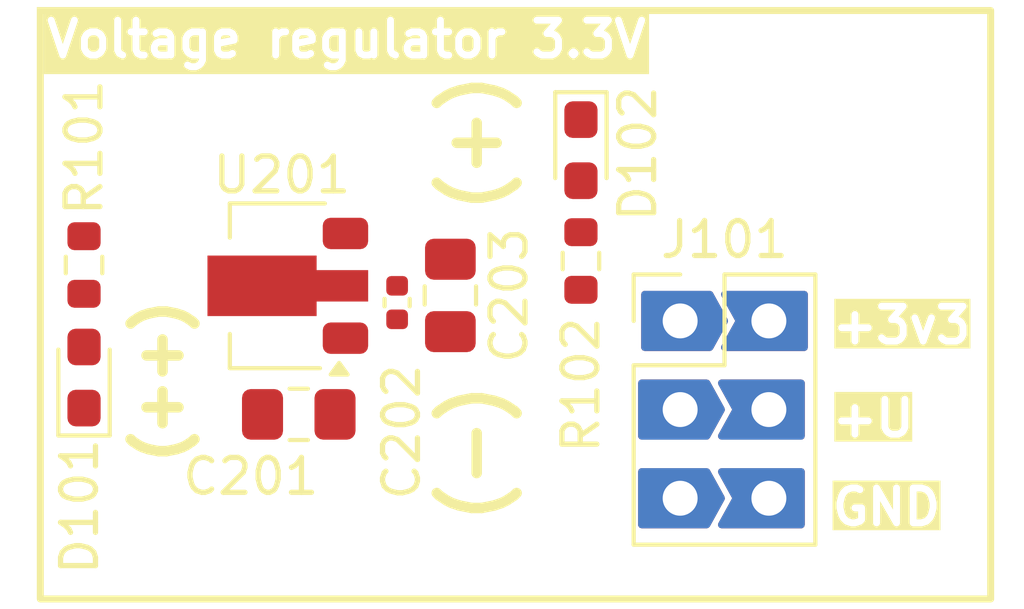
<source format=kicad_pcb>
(kicad_pcb (version 20240108) (generator "pcbnew") (generator_version "8.0")
  (layers (0 "F.Cu" signal) (31 "B.Cu" signal) (34 "B.Paste" user) (35 "F.Paste" user) (36 "B.SilkS" user "B.Silkscreen") (37 "F.SilkS" user "F.Silkscreen") (38 "B.Mask" user) (39 "F.Mask" user) (44 "Edge.Cuts" user))
  (net 0 "")
  (net 1 "/J_U+")
  (net 2 "/J_3v3")
  (net 3 "/J_GND")
  (net 4 "/+3v3")
  (net 5 "Net-(D101-A)")
  (net 6 "Net-(D102-A)")
  (net 7 "/GND")
  (net 8 "/U+")
  (footprint "LED_SMD:LED_0603_1608Metric_Pad1.05x0.95mm_HandSolder" (layer "F.Cu") (at 110.185202 82.764501 90)
    (property "Reference" "D101" (at -3.697001 -0.127 90) (layer "F.SilkS"))
    (property "Value" "LED_RED")
    (fp_line (start 0.8 -0.735) (end -1.66 -0.735) (stroke (width 0.12)) (layer "F.SilkS"))
    (fp_line (start -1.66 -0.735) (end -1.66 0.735) (stroke (width 0.12)) (layer "F.SilkS"))
    (fp_line (start -1.66 0.735) (end 0.8 0.735) (stroke (width 0.12)) (layer "F.SilkS"))
    (pad "1" smd roundrect (at -0.874999 0 90) (size 1.05 0.95) (layers "F.Cu" "F.Paste" "F.Mask") (net 3 "/J_GND"))
    (pad "2" smd roundrect (at 0.874999 0 90) (size 1.05 0.95) (layers "F.Cu" "F.Paste" "F.Mask") (net 5 "Net-(D101-A)"))
  )
  (footprint "Package_TO_SOT_SMD:SOT-89-3" (layer "F.Cu") (at 115.7185 80.137 180)
    (property "Reference" "U201" (at -0.127 3.175 180) (layer "F.SilkS"))
    (property "Value" "HT75xx-1-SOT89" (hide yes))
    (fp_line (start 1.36 2.36) (end -1.36 2.36) (stroke (width 0.12)) (layer "F.SilkS"))
    (fp_line (start 1.36 1.38) (end 1.36 2.36) (stroke (width 0.12)) (layer "F.SilkS"))
    (fp_line (start 1.36 -1.38) (end 1.36 -2.36) (stroke (width 0.12)) (layer "F.SilkS"))
    (fp_line (start -1.22 -2.36) (end 1.36 -2.36) (stroke (width 0.12)) (layer "F.SilkS"))
    (fp_poly (pts (xy -1.77 -2.21) (xy -2.01 -2.54) (xy -1.53 -2.54) (xy -1.77 -2.21)) (stroke (width 0.12)) (fill solid) (layer "F.SilkS"))
    (pad "1" smd roundrect (at -1.95 -1.5 180) (size 1.3 0.9) (layers "F.Cu" "F.Paste" "F.Mask") (net 3 "/J_GND"))
    (pad "2" smd custom (at -1.862499 0 180) (size 1.475 0.9) (layers "F.Cu" "F.Paste" "F.Mask") (net 1 "/J_U+") (options (clearance outline) (anchor rect)) (primitives (gr_poly (pts (xy 3.8625 0.8665) (xy 0.7375 0.8665) (xy 0.7375 -0.8665) (xy 3.8625 -0.8665)) (width 0) (fill yes))))
    (pad "3" smd roundrect (at -1.95 1.5 180) (size 1.3 0.9) (layers "F.Cu" "F.Paste" "F.Mask") (net 2 "/J_3v3"))
  )
  (footprint "Capacitor_SMD:C_0805_2012Metric_Pad1.18x1.45mm_HandSolder" (layer "F.Cu") (at 120.6715 80.4125 -90)
    (property "Reference" "C203" (at 0 -1.679999 90) (layer "F.SilkS"))
    (property "Value" "47uF")
    (fp_line (start -0.261252 0.735) (end 0.261252 0.735) (stroke (width 0.12)) (layer "F.SilkS"))
    (fp_line (start -0.261252 -0.735) (end 0.261252 -0.735) (stroke (width 0.12)) (layer "F.SilkS"))
    (pad "1" smd roundrect (at -1.0375 0 270) (size 1.175 1.45) (layers "F.Cu" "F.Paste" "F.Mask") (roundrect_rratio 0.212766) (net 2 "/J_3v3"))
    (pad "2" smd roundrect (at 1.0375 0 270) (size 1.175 1.45) (layers "F.Cu" "F.Paste" "F.Mask") (roundrect_rratio 0.212766) (net 3 "/J_GND"))
  )
  (footprint "xDuinoRail:PinHeaderJP_2x03_P2.54mm_Vertical" (layer "F.Cu") (at 127.249 81.1426)
    (property "Reference" "J101" (at 1.27 -2.33 0) (layer "F.SilkS"))
    (property "Value" "Conn_02x03_Odd_Even")
    (fp_line (start -1.33 -1.33) (end 0 -1.33) (stroke (width 0.12)) (layer "F.SilkS"))
    (fp_line (start -1.33 0) (end -1.33 -1.33) (stroke (width 0.12)) (layer "F.SilkS"))
    (fp_line (start -1.33 1.27) (end -1.33 6.41) (stroke (width 0.12)) (layer "F.SilkS"))
    (fp_line (start -1.33 1.27) (end 1.27 1.27) (stroke (width 0.12)) (layer "F.SilkS"))
    (fp_line (start -1.33 6.41) (end 3.87 6.41) (stroke (width 0.12)) (layer "F.SilkS"))
    (fp_line (start 1.27 -1.33) (end 3.87 -1.33) (stroke (width 0.12)) (layer "F.SilkS"))
    (fp_line (start 1.27 1.27) (end 1.27 -1.33) (stroke (width 0.12)) (layer "F.SilkS"))
    (fp_line (start 3.87 -1.33) (end 3.87 6.41) (stroke (width 0.12)) (layer "F.SilkS"))
    (pad "1" thru_hole custom (at 0 0) (size 1.7 1.7) (drill 1) (layers "*.Cu" "*.Mask") (net 2 "/J_3v3") (options (clearance outline) (anchor rect)) (primitives (gr_poly (pts (xy -1.016 -0.762) (xy -1.016 0.762) (xy 0.85 0.762) (xy 1.27 0) (xy 0.85 -0.762)) (width 0.2) (fill yes))))
    (pad "2" thru_hole custom (at 2.54 0) (size 1.7 1.7) (drill 1) (layers "*.Cu" "*.Mask") (net 4 "/+3v3") (options (clearance outline) (anchor circle)) (primitives (gr_poly (pts (xy 0.85 0) (xy 0.831425 -0.176725) (xy 0.776514 -0.345726) (xy 0.687664 -0.499617) (xy 0.568761 -0.631673) (xy 0.425 -0.736122) (xy 0.262664 -0.808398) (xy 0.088849 -0.845344) (xy -0.088849 -0.845344) (xy -0.262664 -0.808398) (xy -0.425 -0.736122) (xy -0.568761 -0.631673) (xy -0.687664 -0.499617) (xy -0.776514 -0.345726) (xy -0.831425 -0.176725) (xy -0.85 0) (xy -0.831425 0.176725) (xy -0.776514 0.345726) (xy -0.687664 0.499617) (xy -0.568761 0.631673) (xy -0.425 0.736122) (xy -0.262664 0.808398) (xy -0.088849 0.845344) (xy 0.088849 0.845344) (xy 0.262664 0.808398) (xy 0.425 0.736122) (xy 0.568761 0.631673) (xy 0.687664 0.499617) (xy 0.776514 0.345726) (xy 0.831425 0.176725) (xy 0.85 0)) (width 0) (fill yes)) (gr_poly (pts (xy -1.27 -0.762) (xy -0.85 0) (xy -1.27 0.762) (xy 1.016 0.762) (xy 1.016 -0.762)) (width 0.2) (fill yes))))
    (pad "3" thru_hole custom (at 0 2.54) (size 1.7 1.7) (drill 1) (layers "*.Cu" "*.Mask") (net 1 "/J_U+") (options (clearance outline) (anchor circle)) (primitives (gr_poly (pts (xy 0.85 0) (xy 0.831425 -0.176725) (xy 0.776514 -0.345726) (xy 0.687664 -0.499617) (xy 0.568761 -0.631673) (xy 0.425 -0.736122) (xy 0.262664 -0.808398) (xy 0.088849 -0.845344) (xy -0.088849 -0.845344) (xy -0.262664 -0.808398) (xy -0.425 -0.736122) (xy -0.568761 -0.631673) (xy -0.687664 -0.499617) (xy -0.776514 -0.345726) (xy -0.831425 -0.176725) (xy -0.85 0) (xy -0.831425 0.176725) (xy -0.776514 0.345726) (xy -0.687664 0.499617) (xy -0.568761 0.631673) (xy -0.425 0.736122) (xy -0.262664 0.808398) (xy -0.088849 0.845344) (xy 0.088849 0.845344) (xy 0.262664 0.808398) (xy 0.425 0.736122) (xy 0.568761 0.631673) (xy 0.687664 0.499617) (xy 0.776514 0.345726) (xy 0.831425 0.176725) (xy 0.85 0)) (width 0) (fill yes)) (gr_poly (pts (xy -1.104 -0.762) (xy -1.104 0.762) (xy 0.762 0.762) (xy 1.182 0) (xy 0.762 -0.762)) (width 0.2) (fill yes))))
    (pad "4" thru_hole custom (at 2.54 2.54) (size 1.7 1.7) (drill 1) (layers "*.Cu" "*.Mask") (net 8 "/U+") (options (clearance outline) (anchor circle)) (primitives (gr_poly (pts (xy 0.85 0) (xy 0.831425 -0.176725) (xy 0.776514 -0.345726) (xy 0.687664 -0.499617) (xy 0.568761 -0.631673) (xy 0.425 -0.736122) (xy 0.262664 -0.808398) (xy 0.088849 -0.845344) (xy -0.088849 -0.845344) (xy -0.262664 -0.808398) (xy -0.425 -0.736122) (xy -0.568761 -0.631673) (xy -0.687664 -0.499617) (xy -0.776514 -0.345726) (xy -0.831425 -0.176725) (xy -0.85 0) (xy -0.831425 0.176725) (xy -0.776514 0.345726) (xy -0.687664 0.499617) (xy -0.568761 0.631673) (xy -0.425 0.736122) (xy -0.262664 0.808398) (xy -0.088849 0.845344) (xy 0.088849 0.845344) (xy 0.262664 0.808398) (xy 0.425 0.736122) (xy 0.568761 0.631673) (xy 0.687664 0.499617) (xy 0.776514 0.345726) (xy 0.831425 0.176725) (xy 0.85 0)) (width 0) (fill yes)) (gr_poly (pts (xy -1.358 -0.762) (xy -0.938 0) (xy -1.358 0.762) (xy 0.928 0.762) (xy 0.928 -0.762)) (width 0.2) (fill yes))))
    (pad "5" thru_hole custom (at 0 5.08) (size 1.7 1.7) (drill 1) (layers "*.Cu" "*.Mask") (net 3 "/J_GND") (options (clearance outline) (anchor circle)) (primitives (gr_poly (pts (xy 0.85 0) (xy 0.831425 -0.176725) (xy 0.776514 -0.345726) (xy 0.687664 -0.499617) (xy 0.568761 -0.631673) (xy 0.425 -0.736122) (xy 0.262664 -0.808398) (xy 0.088849 -0.845344) (xy -0.088849 -0.845344) (xy -0.262664 -0.808398) (xy -0.425 -0.736122) (xy -0.568761 -0.631673) (xy -0.687664 -0.499617) (xy -0.776514 -0.345726) (xy -0.831425 -0.176725) (xy -0.85 0) (xy -0.831425 0.176725) (xy -0.776514 0.345726) (xy -0.687664 0.499617) (xy -0.568761 0.631673) (xy -0.425 0.736122) (xy -0.262664 0.808398) (xy -0.088849 0.845344) (xy 0.088849 0.845344) (xy 0.262664 0.808398) (xy 0.425 0.736122) (xy 0.568761 0.631673) (xy 0.687664 0.499617) (xy 0.776514 0.345726) (xy 0.831425 0.176725) (xy 0.85 0)) (width 0) (fill yes)) (gr_poly (pts (xy -1.104 -0.762) (xy -1.104 0.762) (xy 0.762 0.762) (xy 1.182 0) (xy 0.762 -0.762)) (width 0.2) (fill yes))))
    (pad "6" thru_hole custom (at 2.54 5.08) (size 1.7 1.7) (drill 1) (layers "*.Cu" "*.Mask") (net 7 "/GND") (options (clearance outline) (anchor circle)) (primitives (gr_poly (pts (xy 0.85 0) (xy 0.831425 -0.176725) (xy 0.776514 -0.345726) (xy 0.687664 -0.499617) (xy 0.568761 -0.631673) (xy 0.425 -0.736122) (xy 0.262664 -0.808398) (xy 0.088849 -0.845344) (xy -0.088849 -0.845344) (xy -0.262664 -0.808398) (xy -0.425 -0.736122) (xy -0.568761 -0.631673) (xy -0.687664 -0.499617) (xy -0.776514 -0.345726) (xy -0.831425 -0.176725) (xy -0.85 0) (xy -0.831425 0.176725) (xy -0.776514 0.345726) (xy -0.687664 0.499617) (xy -0.568761 0.631673) (xy -0.425 0.736122) (xy -0.262664 0.808398) (xy -0.088849 0.845344) (xy 0.088849 0.845344) (xy 0.262664 0.808398) (xy 0.425 0.736122) (xy 0.568761 0.631673) (xy 0.687664 0.499617) (xy 0.776514 0.345726) (xy 0.831425 0.176725) (xy 0.85 0)) (width 0) (fill yes)) (gr_poly (pts (xy -1.358 -0.762) (xy -0.938 0) (xy -1.358 0.762) (xy 0.928 0.762) (xy 0.928 -0.762)) (width 0.2) (fill yes))))
  )
  (footprint "LED_SMD:LED_0603_1608Metric_Pad1.05x0.95mm_HandSolder" (layer "F.Cu") (at 124.4092 76.2508 -90)
    (property "Reference" "D102" (at 0.1016 -1.6256 90) (layer "F.SilkS"))
    (property "Value" "LED_GREEN")
    (fp_line (start -1.66 0.735) (end 0.8 0.735) (stroke (width 0.12)) (layer "F.SilkS"))
    (fp_line (start -1.66 -0.735) (end -1.66 0.735) (stroke (width 0.12)) (layer "F.SilkS"))
    (fp_line (start 0.8 -0.735) (end -1.66 -0.735) (stroke (width 0.12)) (layer "F.SilkS"))
    (pad "1" smd roundrect (at -0.874999 0 270) (size 1.05 0.95) (layers "F.Cu" "F.Paste" "F.Mask") (net 3 "/J_GND"))
    (pad "2" smd roundrect (at 0.874999 0 270) (size 1.05 0.95) (layers "F.Cu" "F.Paste" "F.Mask") (net 6 "Net-(D102-A)"))
  )
  (footprint "Resistor_SMD:R_0603_1608Metric" (layer "F.Cu") (at 124.4092 79.4258 90)
    (property "Reference" "R102" (at -3.556 0 90) (layer "F.SilkS"))
    (property "Value" "1k")
    (fp_line (start -0.237258 -0.5225) (end 0.237258 -0.5225) (stroke (width 0.12)) (layer "F.SilkS"))
    (fp_line (start -0.237258 0.5225) (end 0.237258 0.5225) (stroke (width 0.12)) (layer "F.SilkS"))
    (pad "1" smd roundrect (at -0.825 0 90) (size 0.8 0.95) (layers "F.Cu" "F.Paste" "F.Mask") (net 2 "/J_3v3"))
    (pad "2" smd roundrect (at 0.825 0 90) (size 0.8 0.95) (layers "F.Cu" "F.Paste" "F.Mask") (net 6 "Net-(D102-A)"))
  )
  (footprint "Capacitor_SMD:C_0805_2012Metric_Pad1.18x1.45mm_HandSolder" (layer "F.Cu") (at 116.332 83.82)
    (property "Reference" "C201" (at -1.3755 1.778 0) (layer "F.SilkS"))
    (property "Value" "47uF")
    (fp_line (start -0.261252 -0.735) (end 0.261252 -0.735) (stroke (width 0.12)) (layer "F.SilkS"))
    (fp_line (start -0.261252 0.735) (end 0.261252 0.735) (stroke (width 0.12)) (layer "F.SilkS"))
    (pad "1" smd roundrect (at -1.0375 0) (size 1.175 1.45) (layers "F.Cu" "F.Paste" "F.Mask") (roundrect_rratio 0.212766) (net 1 "/J_U+"))
    (pad "2" smd roundrect (at 1.0375 0) (size 1.175 1.45) (layers "F.Cu" "F.Paste" "F.Mask") (roundrect_rratio 0.212766) (net 3 "/J_GND"))
  )
  (footprint "Resistor_SMD:R_0603_1608Metric" (layer "F.Cu") (at 110.1852 79.5406 -90)
    (property "Reference" "R101" (at -3.365 0 90) (layer "F.SilkS"))
    (property "Value" "1k")
    (fp_line (start -0.237258 0.5225) (end 0.237258 0.5225) (stroke (width 0.12)) (layer "F.SilkS"))
    (fp_line (start -0.237258 -0.5225) (end 0.237258 -0.5225) (stroke (width 0.12)) (layer "F.SilkS"))
    (pad "1" smd roundrect (at -0.825 0 270) (size 0.8 0.95) (layers "F.Cu" "F.Paste" "F.Mask") (net 1 "/J_U+"))
    (pad "2" smd roundrect (at 0.825 0 270) (size 0.8 0.95) (layers "F.Cu" "F.Paste" "F.Mask") (net 5 "Net-(D101-A)"))
  )
  (footprint "Capacitor_SMD:C_0402_1005Metric" (layer "F.Cu") (at 119.1475 80.617 -90)
    (property "Reference" "C202" (at 3.711 -0.127 90) (layer "F.SilkS"))
    (property "Value" "1u")
    (fp_line (start -0.107836 0.36) (end 0.107836 0.36) (stroke (width 0.12)) (layer "F.SilkS"))
    (fp_line (start -0.107836 -0.36) (end 0.107836 -0.36) (stroke (width 0.12)) (layer "F.SilkS"))
    (pad "1" smd roundrect (at -0.48 0 270) (size 0.56 0.62) (layers "F.Cu" "F.Paste" "F.Mask") (net 1 "/J_U+"))
    (pad "2" smd roundrect (at 0.48 0 270) (size 0.56 0.62) (layers "F.Cu" "F.Paste" "F.Mask") (net 3 "/J_GND"))
  )
  (gr_rect (start 108.933801 72.250749) (end 136.137201 89.108349) (stroke (width 0.2)) (fill none) (layer "F.SilkS"))
  (gr_text "(-)" (at 122.1955 82.804 90) (layer "F.SilkS") (effects (font (size 1.5 1.5) (thickness 0.3) (bold yes)) (justify left bottom mirror)))
  (gr_text "GND" (at 131.50185 87.0608 0) (layer "F.SilkS" knockout) (effects (font (size 1 1) (thickness 0.2) (bold yes)) (justify left bottom)))
  (gr_text "+U" (at 131.50185 84.5208 0) (layer "F.SilkS" knockout) (effects (font (size 1 1) (thickness 0.2) (bold yes)) (justify left bottom)))
  (gr_text "+3v3" (at 131.50185 81.8538 0) (layer "F.SilkS" knockout) (effects (font (size 1 1) (thickness 0.2) (bold yes)) (justify left bottom)))
  (gr_text "(+)" (at 122.1955 73.914 90) (layer "F.SilkS") (effects (font (size 1.5 1.5) (thickness 0.3) (bold yes)) (justify left bottom mirror)))
  (gr_text "Voltage regulator 3.3V" (at 109.0168 73.66 0) (layer "F.SilkS" knockout) (effects (font (size 1 1) (thickness 0.2) (bold yes)) (justify left bottom)))
  (gr_text "(++)" (at 113.0515 80.391 90) (layer "F.SilkS") (effects (font (size 1.2 1.2) (thickness 0.3) (bold yes)) (justify left bottom mirror)))
)
</source>
